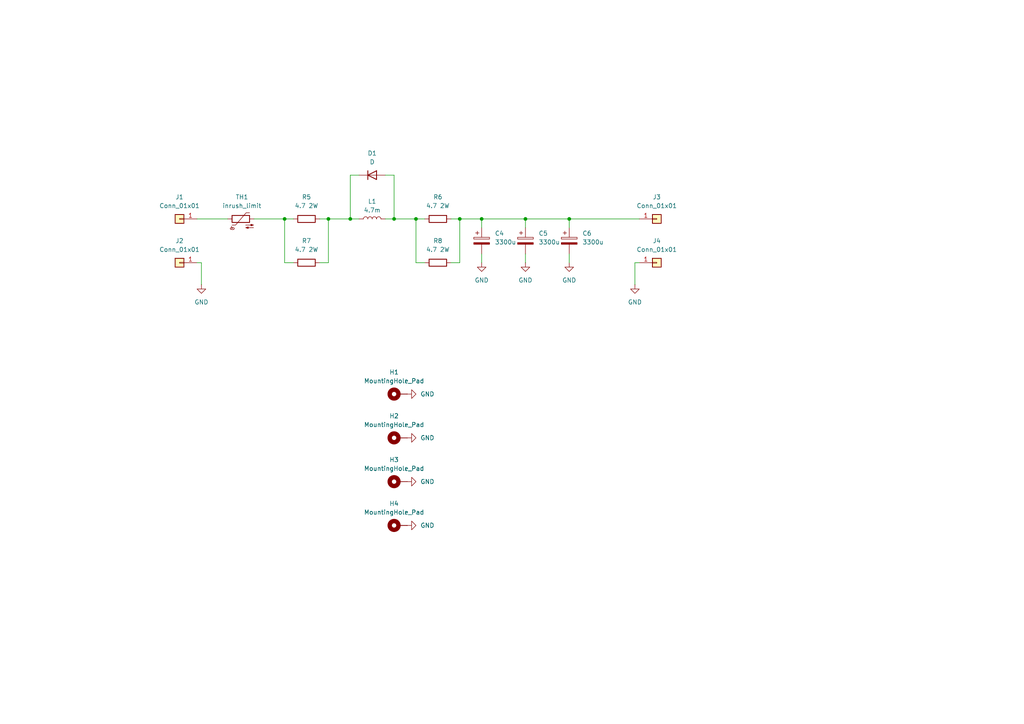
<source format=kicad_sch>
(kicad_sch
	(version 20250114)
	(generator "eeschema")
	(generator_version "9.0")
	(uuid "b695baa9-5d6e-41f0-8fb5-75b892340710")
	(paper "A4")
	(lib_symbols
		(symbol "Connector_Generic:Conn_01x01"
			(pin_names
				(offset 1.016)
				(hide yes)
			)
			(exclude_from_sim no)
			(in_bom yes)
			(on_board yes)
			(property "Reference" "J"
				(at 0 2.54 0)
				(effects
					(font
						(size 1.27 1.27)
					)
				)
			)
			(property "Value" "Conn_01x01"
				(at 0 -2.54 0)
				(effects
					(font
						(size 1.27 1.27)
					)
				)
			)
			(property "Footprint" ""
				(at 0 0 0)
				(effects
					(font
						(size 1.27 1.27)
					)
					(hide yes)
				)
			)
			(property "Datasheet" "~"
				(at 0 0 0)
				(effects
					(font
						(size 1.27 1.27)
					)
					(hide yes)
				)
			)
			(property "Description" "Generic connector, single row, 01x01, script generated (kicad-library-utils/schlib/autogen/connector/)"
				(at 0 0 0)
				(effects
					(font
						(size 1.27 1.27)
					)
					(hide yes)
				)
			)
			(property "ki_keywords" "connector"
				(at 0 0 0)
				(effects
					(font
						(size 1.27 1.27)
					)
					(hide yes)
				)
			)
			(property "ki_fp_filters" "Connector*:*_1x??_*"
				(at 0 0 0)
				(effects
					(font
						(size 1.27 1.27)
					)
					(hide yes)
				)
			)
			(symbol "Conn_01x01_1_1"
				(rectangle
					(start -1.27 1.27)
					(end 1.27 -1.27)
					(stroke
						(width 0.254)
						(type default)
					)
					(fill
						(type background)
					)
				)
				(rectangle
					(start -1.27 0.127)
					(end 0 -0.127)
					(stroke
						(width 0.1524)
						(type default)
					)
					(fill
						(type none)
					)
				)
				(pin passive line
					(at -5.08 0 0)
					(length 3.81)
					(name "Pin_1"
						(effects
							(font
								(size 1.27 1.27)
							)
						)
					)
					(number "1"
						(effects
							(font
								(size 1.27 1.27)
							)
						)
					)
				)
			)
			(embedded_fonts no)
		)
		(symbol "Device:C_Polarized"
			(pin_numbers
				(hide yes)
			)
			(pin_names
				(offset 0.254)
			)
			(exclude_from_sim no)
			(in_bom yes)
			(on_board yes)
			(property "Reference" "C"
				(at 0.635 2.54 0)
				(effects
					(font
						(size 1.27 1.27)
					)
					(justify left)
				)
			)
			(property "Value" "C_Polarized"
				(at 0.635 -2.54 0)
				(effects
					(font
						(size 1.27 1.27)
					)
					(justify left)
				)
			)
			(property "Footprint" ""
				(at 0.9652 -3.81 0)
				(effects
					(font
						(size 1.27 1.27)
					)
					(hide yes)
				)
			)
			(property "Datasheet" "~"
				(at 0 0 0)
				(effects
					(font
						(size 1.27 1.27)
					)
					(hide yes)
				)
			)
			(property "Description" "Polarized capacitor"
				(at 0 0 0)
				(effects
					(font
						(size 1.27 1.27)
					)
					(hide yes)
				)
			)
			(property "ki_keywords" "cap capacitor"
				(at 0 0 0)
				(effects
					(font
						(size 1.27 1.27)
					)
					(hide yes)
				)
			)
			(property "ki_fp_filters" "CP_*"
				(at 0 0 0)
				(effects
					(font
						(size 1.27 1.27)
					)
					(hide yes)
				)
			)
			(symbol "C_Polarized_0_1"
				(rectangle
					(start -2.286 0.508)
					(end 2.286 1.016)
					(stroke
						(width 0)
						(type default)
					)
					(fill
						(type none)
					)
				)
				(polyline
					(pts
						(xy -1.778 2.286) (xy -0.762 2.286)
					)
					(stroke
						(width 0)
						(type default)
					)
					(fill
						(type none)
					)
				)
				(polyline
					(pts
						(xy -1.27 2.794) (xy -1.27 1.778)
					)
					(stroke
						(width 0)
						(type default)
					)
					(fill
						(type none)
					)
				)
				(rectangle
					(start 2.286 -0.508)
					(end -2.286 -1.016)
					(stroke
						(width 0)
						(type default)
					)
					(fill
						(type outline)
					)
				)
			)
			(symbol "C_Polarized_1_1"
				(pin passive line
					(at 0 3.81 270)
					(length 2.794)
					(name "~"
						(effects
							(font
								(size 1.27 1.27)
							)
						)
					)
					(number "1"
						(effects
							(font
								(size 1.27 1.27)
							)
						)
					)
				)
				(pin passive line
					(at 0 -3.81 90)
					(length 2.794)
					(name "~"
						(effects
							(font
								(size 1.27 1.27)
							)
						)
					)
					(number "2"
						(effects
							(font
								(size 1.27 1.27)
							)
						)
					)
				)
			)
			(embedded_fonts no)
		)
		(symbol "Device:D"
			(pin_numbers
				(hide yes)
			)
			(pin_names
				(offset 1.016)
				(hide yes)
			)
			(exclude_from_sim no)
			(in_bom yes)
			(on_board yes)
			(property "Reference" "D"
				(at 0 2.54 0)
				(effects
					(font
						(size 1.27 1.27)
					)
				)
			)
			(property "Value" "D"
				(at 0 -2.54 0)
				(effects
					(font
						(size 1.27 1.27)
					)
				)
			)
			(property "Footprint" ""
				(at 0 0 0)
				(effects
					(font
						(size 1.27 1.27)
					)
					(hide yes)
				)
			)
			(property "Datasheet" "~"
				(at 0 0 0)
				(effects
					(font
						(size 1.27 1.27)
					)
					(hide yes)
				)
			)
			(property "Description" "Diode"
				(at 0 0 0)
				(effects
					(font
						(size 1.27 1.27)
					)
					(hide yes)
				)
			)
			(property "Sim.Device" "D"
				(at 0 0 0)
				(effects
					(font
						(size 1.27 1.27)
					)
					(hide yes)
				)
			)
			(property "Sim.Pins" "1=K 2=A"
				(at 0 0 0)
				(effects
					(font
						(size 1.27 1.27)
					)
					(hide yes)
				)
			)
			(property "ki_keywords" "diode"
				(at 0 0 0)
				(effects
					(font
						(size 1.27 1.27)
					)
					(hide yes)
				)
			)
			(property "ki_fp_filters" "TO-???* *_Diode_* *SingleDiode* D_*"
				(at 0 0 0)
				(effects
					(font
						(size 1.27 1.27)
					)
					(hide yes)
				)
			)
			(symbol "D_0_1"
				(polyline
					(pts
						(xy -1.27 1.27) (xy -1.27 -1.27)
					)
					(stroke
						(width 0.254)
						(type default)
					)
					(fill
						(type none)
					)
				)
				(polyline
					(pts
						(xy 1.27 1.27) (xy 1.27 -1.27) (xy -1.27 0) (xy 1.27 1.27)
					)
					(stroke
						(width 0.254)
						(type default)
					)
					(fill
						(type none)
					)
				)
				(polyline
					(pts
						(xy 1.27 0) (xy -1.27 0)
					)
					(stroke
						(width 0)
						(type default)
					)
					(fill
						(type none)
					)
				)
			)
			(symbol "D_1_1"
				(pin passive line
					(at -3.81 0 0)
					(length 2.54)
					(name "K"
						(effects
							(font
								(size 1.27 1.27)
							)
						)
					)
					(number "1"
						(effects
							(font
								(size 1.27 1.27)
							)
						)
					)
				)
				(pin passive line
					(at 3.81 0 180)
					(length 2.54)
					(name "A"
						(effects
							(font
								(size 1.27 1.27)
							)
						)
					)
					(number "2"
						(effects
							(font
								(size 1.27 1.27)
							)
						)
					)
				)
			)
			(embedded_fonts no)
		)
		(symbol "Device:L"
			(pin_numbers
				(hide yes)
			)
			(pin_names
				(offset 1.016)
				(hide yes)
			)
			(exclude_from_sim no)
			(in_bom yes)
			(on_board yes)
			(property "Reference" "L"
				(at -1.27 0 90)
				(effects
					(font
						(size 1.27 1.27)
					)
				)
			)
			(property "Value" "L"
				(at 1.905 0 90)
				(effects
					(font
						(size 1.27 1.27)
					)
				)
			)
			(property "Footprint" ""
				(at 0 0 0)
				(effects
					(font
						(size 1.27 1.27)
					)
					(hide yes)
				)
			)
			(property "Datasheet" "~"
				(at 0 0 0)
				(effects
					(font
						(size 1.27 1.27)
					)
					(hide yes)
				)
			)
			(property "Description" "Inductor"
				(at 0 0 0)
				(effects
					(font
						(size 1.27 1.27)
					)
					(hide yes)
				)
			)
			(property "ki_keywords" "inductor choke coil reactor magnetic"
				(at 0 0 0)
				(effects
					(font
						(size 1.27 1.27)
					)
					(hide yes)
				)
			)
			(property "ki_fp_filters" "Choke_* *Coil* Inductor_* L_*"
				(at 0 0 0)
				(effects
					(font
						(size 1.27 1.27)
					)
					(hide yes)
				)
			)
			(symbol "L_0_1"
				(arc
					(start 0 2.54)
					(mid 0.6323 1.905)
					(end 0 1.27)
					(stroke
						(width 0)
						(type default)
					)
					(fill
						(type none)
					)
				)
				(arc
					(start 0 1.27)
					(mid 0.6323 0.635)
					(end 0 0)
					(stroke
						(width 0)
						(type default)
					)
					(fill
						(type none)
					)
				)
				(arc
					(start 0 0)
					(mid 0.6323 -0.635)
					(end 0 -1.27)
					(stroke
						(width 0)
						(type default)
					)
					(fill
						(type none)
					)
				)
				(arc
					(start 0 -1.27)
					(mid 0.6323 -1.905)
					(end 0 -2.54)
					(stroke
						(width 0)
						(type default)
					)
					(fill
						(type none)
					)
				)
			)
			(symbol "L_1_1"
				(pin passive line
					(at 0 3.81 270)
					(length 1.27)
					(name "1"
						(effects
							(font
								(size 1.27 1.27)
							)
						)
					)
					(number "1"
						(effects
							(font
								(size 1.27 1.27)
							)
						)
					)
				)
				(pin passive line
					(at 0 -3.81 90)
					(length 1.27)
					(name "2"
						(effects
							(font
								(size 1.27 1.27)
							)
						)
					)
					(number "2"
						(effects
							(font
								(size 1.27 1.27)
							)
						)
					)
				)
			)
			(embedded_fonts no)
		)
		(symbol "Device:R"
			(pin_numbers
				(hide yes)
			)
			(pin_names
				(offset 0)
			)
			(exclude_from_sim no)
			(in_bom yes)
			(on_board yes)
			(property "Reference" "R"
				(at 2.032 0 90)
				(effects
					(font
						(size 1.27 1.27)
					)
				)
			)
			(property "Value" "R"
				(at 0 0 90)
				(effects
					(font
						(size 1.27 1.27)
					)
				)
			)
			(property "Footprint" ""
				(at -1.778 0 90)
				(effects
					(font
						(size 1.27 1.27)
					)
					(hide yes)
				)
			)
			(property "Datasheet" "~"
				(at 0 0 0)
				(effects
					(font
						(size 1.27 1.27)
					)
					(hide yes)
				)
			)
			(property "Description" "Resistor"
				(at 0 0 0)
				(effects
					(font
						(size 1.27 1.27)
					)
					(hide yes)
				)
			)
			(property "ki_keywords" "R res resistor"
				(at 0 0 0)
				(effects
					(font
						(size 1.27 1.27)
					)
					(hide yes)
				)
			)
			(property "ki_fp_filters" "R_*"
				(at 0 0 0)
				(effects
					(font
						(size 1.27 1.27)
					)
					(hide yes)
				)
			)
			(symbol "R_0_1"
				(rectangle
					(start -1.016 -2.54)
					(end 1.016 2.54)
					(stroke
						(width 0.254)
						(type default)
					)
					(fill
						(type none)
					)
				)
			)
			(symbol "R_1_1"
				(pin passive line
					(at 0 3.81 270)
					(length 1.27)
					(name "~"
						(effects
							(font
								(size 1.27 1.27)
							)
						)
					)
					(number "1"
						(effects
							(font
								(size 1.27 1.27)
							)
						)
					)
				)
				(pin passive line
					(at 0 -3.81 90)
					(length 1.27)
					(name "~"
						(effects
							(font
								(size 1.27 1.27)
							)
						)
					)
					(number "2"
						(effects
							(font
								(size 1.27 1.27)
							)
						)
					)
				)
			)
			(embedded_fonts no)
		)
		(symbol "Device:Thermistor_NTC"
			(pin_numbers
				(hide yes)
			)
			(pin_names
				(offset 0)
			)
			(exclude_from_sim no)
			(in_bom yes)
			(on_board yes)
			(property "Reference" "TH"
				(at -4.445 0 90)
				(effects
					(font
						(size 1.27 1.27)
					)
				)
			)
			(property "Value" "Thermistor_NTC"
				(at 3.175 0 90)
				(effects
					(font
						(size 1.27 1.27)
					)
				)
			)
			(property "Footprint" ""
				(at 0 1.27 0)
				(effects
					(font
						(size 1.27 1.27)
					)
					(hide yes)
				)
			)
			(property "Datasheet" "~"
				(at 0 1.27 0)
				(effects
					(font
						(size 1.27 1.27)
					)
					(hide yes)
				)
			)
			(property "Description" "Temperature dependent resistor, negative temperature coefficient"
				(at 0 0 0)
				(effects
					(font
						(size 1.27 1.27)
					)
					(hide yes)
				)
			)
			(property "ki_keywords" "thermistor NTC resistor sensor RTD"
				(at 0 0 0)
				(effects
					(font
						(size 1.27 1.27)
					)
					(hide yes)
				)
			)
			(property "ki_fp_filters" "*NTC* *Thermistor* PIN?ARRAY* bornier* *Terminal?Block* R_*"
				(at 0 0 0)
				(effects
					(font
						(size 1.27 1.27)
					)
					(hide yes)
				)
			)
			(symbol "Thermistor_NTC_0_1"
				(arc
					(start -3.175 2.413)
					(mid -3.0506 2.3165)
					(end -3.048 2.159)
					(stroke
						(width 0)
						(type default)
					)
					(fill
						(type none)
					)
				)
				(arc
					(start -3.048 2.794)
					(mid -2.9736 2.9736)
					(end -2.794 3.048)
					(stroke
						(width 0)
						(type default)
					)
					(fill
						(type none)
					)
				)
				(arc
					(start -2.794 3.048)
					(mid -2.6144 2.9736)
					(end -2.54 2.794)
					(stroke
						(width 0)
						(type default)
					)
					(fill
						(type none)
					)
				)
				(arc
					(start -2.794 2.54)
					(mid -2.9736 2.6144)
					(end -3.048 2.794)
					(stroke
						(width 0)
						(type default)
					)
					(fill
						(type none)
					)
				)
				(arc
					(start -2.794 1.905)
					(mid -2.9736 1.9794)
					(end -3.048 2.159)
					(stroke
						(width 0)
						(type default)
					)
					(fill
						(type none)
					)
				)
				(arc
					(start -2.54 2.159)
					(mid -2.6144 1.9794)
					(end -2.794 1.905)
					(stroke
						(width 0)
						(type default)
					)
					(fill
						(type none)
					)
				)
				(arc
					(start -2.159 2.794)
					(mid -2.434 2.5608)
					(end -2.794 2.54)
					(stroke
						(width 0)
						(type default)
					)
					(fill
						(type none)
					)
				)
				(polyline
					(pts
						(xy -2.54 2.159) (xy -2.54 2.794)
					)
					(stroke
						(width 0)
						(type default)
					)
					(fill
						(type none)
					)
				)
				(polyline
					(pts
						(xy -2.54 -3.683) (xy -2.54 -1.397) (xy -2.794 -2.159) (xy -2.286 -2.159) (xy -2.54 -1.397) (xy -2.54 -1.651)
					)
					(stroke
						(width 0)
						(type default)
					)
					(fill
						(type outline)
					)
				)
				(polyline
					(pts
						(xy -1.778 2.54) (xy -1.778 1.524) (xy 1.778 -1.524) (xy 1.778 -2.54)
					)
					(stroke
						(width 0)
						(type default)
					)
					(fill
						(type none)
					)
				)
				(polyline
					(pts
						(xy -1.778 -1.397) (xy -1.778 -3.683) (xy -2.032 -2.921) (xy -1.524 -2.921) (xy -1.778 -3.683)
						(xy -1.778 -3.429)
					)
					(stroke
						(width 0)
						(type default)
					)
					(fill
						(type outline)
					)
				)
				(rectangle
					(start -1.016 2.54)
					(end 1.016 -2.54)
					(stroke
						(width 0.254)
						(type default)
					)
					(fill
						(type none)
					)
				)
			)
			(symbol "Thermistor_NTC_1_1"
				(pin passive line
					(at 0 3.81 270)
					(length 1.27)
					(name "~"
						(effects
							(font
								(size 1.27 1.27)
							)
						)
					)
					(number "1"
						(effects
							(font
								(size 1.27 1.27)
							)
						)
					)
				)
				(pin passive line
					(at 0 -3.81 90)
					(length 1.27)
					(name "~"
						(effects
							(font
								(size 1.27 1.27)
							)
						)
					)
					(number "2"
						(effects
							(font
								(size 1.27 1.27)
							)
						)
					)
				)
			)
			(embedded_fonts no)
		)
		(symbol "Mechanical:MountingHole_Pad"
			(pin_numbers
				(hide yes)
			)
			(pin_names
				(offset 1.016)
				(hide yes)
			)
			(exclude_from_sim no)
			(in_bom no)
			(on_board yes)
			(property "Reference" "H"
				(at 0 6.35 0)
				(effects
					(font
						(size 1.27 1.27)
					)
				)
			)
			(property "Value" "MountingHole_Pad"
				(at 0 4.445 0)
				(effects
					(font
						(size 1.27 1.27)
					)
				)
			)
			(property "Footprint" ""
				(at 0 0 0)
				(effects
					(font
						(size 1.27 1.27)
					)
					(hide yes)
				)
			)
			(property "Datasheet" "~"
				(at 0 0 0)
				(effects
					(font
						(size 1.27 1.27)
					)
					(hide yes)
				)
			)
			(property "Description" "Mounting Hole with connection"
				(at 0 0 0)
				(effects
					(font
						(size 1.27 1.27)
					)
					(hide yes)
				)
			)
			(property "ki_keywords" "mounting hole"
				(at 0 0 0)
				(effects
					(font
						(size 1.27 1.27)
					)
					(hide yes)
				)
			)
			(property "ki_fp_filters" "MountingHole*Pad*"
				(at 0 0 0)
				(effects
					(font
						(size 1.27 1.27)
					)
					(hide yes)
				)
			)
			(symbol "MountingHole_Pad_0_1"
				(circle
					(center 0 1.27)
					(radius 1.27)
					(stroke
						(width 1.27)
						(type default)
					)
					(fill
						(type none)
					)
				)
			)
			(symbol "MountingHole_Pad_1_1"
				(pin input line
					(at 0 -2.54 90)
					(length 2.54)
					(name "1"
						(effects
							(font
								(size 1.27 1.27)
							)
						)
					)
					(number "1"
						(effects
							(font
								(size 1.27 1.27)
							)
						)
					)
				)
			)
			(embedded_fonts no)
		)
		(symbol "power:GND"
			(power)
			(pin_numbers
				(hide yes)
			)
			(pin_names
				(offset 0)
				(hide yes)
			)
			(exclude_from_sim no)
			(in_bom yes)
			(on_board yes)
			(property "Reference" "#PWR"
				(at 0 -6.35 0)
				(effects
					(font
						(size 1.27 1.27)
					)
					(hide yes)
				)
			)
			(property "Value" "GND"
				(at 0 -3.81 0)
				(effects
					(font
						(size 1.27 1.27)
					)
				)
			)
			(property "Footprint" ""
				(at 0 0 0)
				(effects
					(font
						(size 1.27 1.27)
					)
					(hide yes)
				)
			)
			(property "Datasheet" ""
				(at 0 0 0)
				(effects
					(font
						(size 1.27 1.27)
					)
					(hide yes)
				)
			)
			(property "Description" "Power symbol creates a global label with name \"GND\" , ground"
				(at 0 0 0)
				(effects
					(font
						(size 1.27 1.27)
					)
					(hide yes)
				)
			)
			(property "ki_keywords" "global power"
				(at 0 0 0)
				(effects
					(font
						(size 1.27 1.27)
					)
					(hide yes)
				)
			)
			(symbol "GND_0_1"
				(polyline
					(pts
						(xy 0 0) (xy 0 -1.27) (xy 1.27 -1.27) (xy 0 -2.54) (xy -1.27 -1.27) (xy 0 -1.27)
					)
					(stroke
						(width 0)
						(type default)
					)
					(fill
						(type none)
					)
				)
			)
			(symbol "GND_1_1"
				(pin power_in line
					(at 0 0 270)
					(length 0)
					(name "~"
						(effects
							(font
								(size 1.27 1.27)
							)
						)
					)
					(number "1"
						(effects
							(font
								(size 1.27 1.27)
							)
						)
					)
				)
			)
			(embedded_fonts no)
		)
	)
	(junction
		(at 120.65 63.5)
		(diameter 0)
		(color 0 0 0 0)
		(uuid "16c37061-17c0-428d-a837-0863edc46a6a")
	)
	(junction
		(at 139.7 63.5)
		(diameter 0)
		(color 0 0 0 0)
		(uuid "75e9ca55-eeec-491e-a9b3-35b7d2c694bd")
	)
	(junction
		(at 114.3 63.5)
		(diameter 0)
		(color 0 0 0 0)
		(uuid "9f1c7a26-e81a-45b5-a894-15cbad9fa2e4")
	)
	(junction
		(at 165.1 63.5)
		(diameter 0)
		(color 0 0 0 0)
		(uuid "b3024818-7eca-46b2-a338-5391f9046ac8")
	)
	(junction
		(at 133.35 63.5)
		(diameter 0)
		(color 0 0 0 0)
		(uuid "b3ce81c5-1792-48ca-9a86-aa11846e9415")
	)
	(junction
		(at 95.25 63.5)
		(diameter 0)
		(color 0 0 0 0)
		(uuid "b42088cc-0c34-41df-9d38-119c3c85b626")
	)
	(junction
		(at 82.55 63.5)
		(diameter 0)
		(color 0 0 0 0)
		(uuid "e093fc52-e90a-49db-8c3e-a356ddb24fdd")
	)
	(junction
		(at 152.4 63.5)
		(diameter 0)
		(color 0 0 0 0)
		(uuid "e40db052-1f6a-48ba-8ee7-e73e63334555")
	)
	(junction
		(at 101.6 63.5)
		(diameter 0)
		(color 0 0 0 0)
		(uuid "f8d5ff9e-d3f4-417c-9d35-9858033064e4")
	)
	(wire
		(pts
			(xy 58.42 82.55) (xy 58.42 76.2)
		)
		(stroke
			(width 0)
			(type default)
		)
		(uuid "07325219-9029-4aad-b30d-0cf1047078c7")
	)
	(wire
		(pts
			(xy 152.4 73.66) (xy 152.4 76.2)
		)
		(stroke
			(width 0)
			(type default)
		)
		(uuid "23380f08-d7d5-48a0-bd43-42c3cf403cde")
	)
	(wire
		(pts
			(xy 101.6 63.5) (xy 104.14 63.5)
		)
		(stroke
			(width 0)
			(type default)
		)
		(uuid "255cf51c-02b5-4df6-a889-760ec2652fa3")
	)
	(wire
		(pts
			(xy 73.66 63.5) (xy 82.55 63.5)
		)
		(stroke
			(width 0)
			(type default)
		)
		(uuid "26f30ec4-f8e6-4931-9c74-eab24f4bc9f1")
	)
	(wire
		(pts
			(xy 114.3 50.8) (xy 114.3 63.5)
		)
		(stroke
			(width 0)
			(type default)
		)
		(uuid "2bf6bd61-a253-4898-bd86-0511c88867a2")
	)
	(wire
		(pts
			(xy 82.55 63.5) (xy 82.55 76.2)
		)
		(stroke
			(width 0)
			(type default)
		)
		(uuid "369e4a79-b168-416f-b674-52397dcf8bd0")
	)
	(wire
		(pts
			(xy 82.55 76.2) (xy 85.09 76.2)
		)
		(stroke
			(width 0)
			(type default)
		)
		(uuid "371d2b4d-0ee1-46b1-86c0-bb7c18936cde")
	)
	(wire
		(pts
			(xy 184.15 76.2) (xy 185.42 76.2)
		)
		(stroke
			(width 0)
			(type default)
		)
		(uuid "44c52229-1ef3-469c-b03a-ec29b909247b")
	)
	(wire
		(pts
			(xy 139.7 63.5) (xy 152.4 63.5)
		)
		(stroke
			(width 0)
			(type default)
		)
		(uuid "48317de0-4dbf-4637-a778-d90c03fd86e0")
	)
	(wire
		(pts
			(xy 82.55 63.5) (xy 85.09 63.5)
		)
		(stroke
			(width 0)
			(type default)
		)
		(uuid "4e35dece-22a2-4db4-8ab6-0b370c0aec36")
	)
	(wire
		(pts
			(xy 111.76 63.5) (xy 114.3 63.5)
		)
		(stroke
			(width 0)
			(type default)
		)
		(uuid "5c2bf008-53c7-4b41-8e08-7b8665214768")
	)
	(wire
		(pts
			(xy 130.81 63.5) (xy 133.35 63.5)
		)
		(stroke
			(width 0)
			(type default)
		)
		(uuid "5c4390b6-08fd-4152-ac72-e00ea3bb51ee")
	)
	(wire
		(pts
			(xy 92.71 63.5) (xy 95.25 63.5)
		)
		(stroke
			(width 0)
			(type default)
		)
		(uuid "646c6db1-a89a-42ed-925d-de4ca7752d8c")
	)
	(wire
		(pts
			(xy 139.7 73.66) (xy 139.7 76.2)
		)
		(stroke
			(width 0)
			(type default)
		)
		(uuid "65473536-bcfc-482a-959b-f643c172903e")
	)
	(wire
		(pts
			(xy 165.1 73.66) (xy 165.1 76.2)
		)
		(stroke
			(width 0)
			(type default)
		)
		(uuid "655b494d-d59f-4d22-b061-edc13ba14d5f")
	)
	(wire
		(pts
			(xy 133.35 63.5) (xy 139.7 63.5)
		)
		(stroke
			(width 0)
			(type default)
		)
		(uuid "673293b1-a63c-477a-8a86-ebf47be83955")
	)
	(wire
		(pts
			(xy 95.25 63.5) (xy 95.25 76.2)
		)
		(stroke
			(width 0)
			(type default)
		)
		(uuid "73629f46-e507-45f9-a7a9-19028eaeb399")
	)
	(wire
		(pts
			(xy 184.15 82.55) (xy 184.15 76.2)
		)
		(stroke
			(width 0)
			(type default)
		)
		(uuid "7867a0b1-7844-4e88-97ca-40f542853c09")
	)
	(wire
		(pts
			(xy 133.35 63.5) (xy 133.35 76.2)
		)
		(stroke
			(width 0)
			(type default)
		)
		(uuid "7efc48da-892d-419c-8b2b-8da0551bf78c")
	)
	(wire
		(pts
			(xy 120.65 76.2) (xy 123.19 76.2)
		)
		(stroke
			(width 0)
			(type default)
		)
		(uuid "81263ed9-c5fd-4682-9e5d-ab886fad8d57")
	)
	(wire
		(pts
			(xy 165.1 63.5) (xy 185.42 63.5)
		)
		(stroke
			(width 0)
			(type default)
		)
		(uuid "8d188751-784e-4d12-8b91-276b220b64ad")
	)
	(wire
		(pts
			(xy 120.65 63.5) (xy 123.19 63.5)
		)
		(stroke
			(width 0)
			(type default)
		)
		(uuid "90dc6902-7634-4639-b309-1e04694f7712")
	)
	(wire
		(pts
			(xy 114.3 50.8) (xy 111.76 50.8)
		)
		(stroke
			(width 0)
			(type default)
		)
		(uuid "9ad5fefa-4f2c-470c-94d9-31413117d292")
	)
	(wire
		(pts
			(xy 95.25 63.5) (xy 101.6 63.5)
		)
		(stroke
			(width 0)
			(type default)
		)
		(uuid "b158865a-6238-4941-bc7f-84efcb583818")
	)
	(wire
		(pts
			(xy 152.4 63.5) (xy 152.4 66.04)
		)
		(stroke
			(width 0)
			(type default)
		)
		(uuid "c6da787b-505a-42ff-afed-4e426d98c698")
	)
	(wire
		(pts
			(xy 92.71 76.2) (xy 95.25 76.2)
		)
		(stroke
			(width 0)
			(type default)
		)
		(uuid "c73fe11b-d29e-4928-9993-a257b1995d15")
	)
	(wire
		(pts
			(xy 120.65 63.5) (xy 120.65 76.2)
		)
		(stroke
			(width 0)
			(type default)
		)
		(uuid "ceeefa11-dd57-4c98-aa58-05c4aced4051")
	)
	(wire
		(pts
			(xy 139.7 63.5) (xy 139.7 66.04)
		)
		(stroke
			(width 0)
			(type default)
		)
		(uuid "d2e34782-d6d5-48f3-837e-1af82f44f412")
	)
	(wire
		(pts
			(xy 58.42 76.2) (xy 57.15 76.2)
		)
		(stroke
			(width 0)
			(type default)
		)
		(uuid "d495eef6-7e14-4250-beb8-cacfe70570d9")
	)
	(wire
		(pts
			(xy 114.3 63.5) (xy 120.65 63.5)
		)
		(stroke
			(width 0)
			(type default)
		)
		(uuid "dec10430-84fe-453c-8fae-8ab008f95504")
	)
	(wire
		(pts
			(xy 104.14 50.8) (xy 101.6 50.8)
		)
		(stroke
			(width 0)
			(type default)
		)
		(uuid "e18f1ca1-2088-4a3b-af38-ad1603c769bf")
	)
	(wire
		(pts
			(xy 152.4 63.5) (xy 165.1 63.5)
		)
		(stroke
			(width 0)
			(type default)
		)
		(uuid "e3db6c9a-7f2b-4598-9fd5-dc57aefeed69")
	)
	(wire
		(pts
			(xy 165.1 63.5) (xy 165.1 66.04)
		)
		(stroke
			(width 0)
			(type default)
		)
		(uuid "f257f28a-44ba-49bc-8c52-4ced8b690eff")
	)
	(wire
		(pts
			(xy 57.15 63.5) (xy 66.04 63.5)
		)
		(stroke
			(width 0)
			(type default)
		)
		(uuid "f7c3fe02-7fa3-4040-8c55-0234a4cb429f")
	)
	(wire
		(pts
			(xy 130.81 76.2) (xy 133.35 76.2)
		)
		(stroke
			(width 0)
			(type default)
		)
		(uuid "fe441a0b-a18c-41fc-a56f-f5eda9e85849")
	)
	(wire
		(pts
			(xy 101.6 50.8) (xy 101.6 63.5)
		)
		(stroke
			(width 0)
			(type default)
		)
		(uuid "ff8666b3-cfec-405e-88e8-0428b93dfa88")
	)
	(symbol
		(lib_id "Device:Thermistor_NTC")
		(at 69.85 63.5 90)
		(unit 1)
		(exclude_from_sim no)
		(in_bom yes)
		(on_board yes)
		(dnp no)
		(fields_autoplaced yes)
		(uuid "0171a892-e19f-4d12-a0bb-ad1f44f0bec4")
		(property "Reference" "TH1"
			(at 70.1675 57.15 90)
			(effects
				(font
					(size 1.27 1.27)
				)
			)
		)
		(property "Value" "inrush_limit"
			(at 70.1675 59.69 90)
			(effects
				(font
					(size 1.27 1.27)
				)
			)
		)
		(property "Footprint" "Capacitor_THT:C_Disc_D9.0mm_W5.0mm_P5.00mm"
			(at 68.58 63.5 0)
			(effects
				(font
					(size 1.27 1.27)
				)
				(hide yes)
			)
		)
		(property "Datasheet" "~"
			(at 68.58 63.5 0)
			(effects
				(font
					(size 1.27 1.27)
				)
				(hide yes)
			)
		)
		(property "Description" "Temperature dependent resistor, negative temperature coefficient"
			(at 69.85 63.5 0)
			(effects
				(font
					(size 1.27 1.27)
				)
				(hide yes)
			)
		)
		(property "MPN" " B57153S0100M054 "
			(at 69.85 63.5 90)
			(effects
				(font
					(size 1.27 1.27)
				)
				(hide yes)
			)
		)
		(pin "2"
			(uuid "8504bd4a-9f05-42b4-a7fc-4bbb73a90454")
		)
		(pin "1"
			(uuid "107091a4-a1c7-46e6-913b-6192b510f1c7")
		)
		(instances
			(project ""
				(path "/b695baa9-5d6e-41f0-8fb5-75b892340710"
					(reference "TH1")
					(unit 1)
				)
			)
		)
	)
	(symbol
		(lib_id "Device:C_Polarized")
		(at 165.1 69.85 0)
		(unit 1)
		(exclude_from_sim no)
		(in_bom yes)
		(on_board yes)
		(dnp no)
		(fields_autoplaced yes)
		(uuid "07882018-4169-4597-ab5d-28eba440cad6")
		(property "Reference" "C6"
			(at 168.91 67.6909 0)
			(effects
				(font
					(size 1.27 1.27)
				)
				(justify left)
			)
		)
		(property "Value" "3300u"
			(at 168.91 70.2309 0)
			(effects
				(font
					(size 1.27 1.27)
				)
				(justify left)
			)
		)
		(property "Footprint" "Capacitor_THT:CP_Radial_D16.0mm_P7.50mm"
			(at 166.0652 73.66 0)
			(effects
				(font
					(size 1.27 1.27)
				)
				(hide yes)
			)
		)
		(property "Datasheet" "~"
			(at 165.1 69.85 0)
			(effects
				(font
					(size 1.27 1.27)
				)
				(hide yes)
			)
		)
		(property "Description" "Polarized capacitor"
			(at 165.1 69.85 0)
			(effects
				(font
					(size 1.27 1.27)
				)
				(hide yes)
			)
		)
		(property "MPN" "UFW1V332MHD "
			(at 165.1 69.85 0)
			(effects
				(font
					(size 1.27 1.27)
				)
				(hide yes)
			)
		)
		(pin "2"
			(uuid "db85cfae-06b7-443c-a027-c3e5c691c188")
		)
		(pin "1"
			(uuid "e3375637-4cf6-4eb0-bab1-768332dae535")
		)
		(instances
			(project "passive_PSU_Rev-A"
				(path "/b695baa9-5d6e-41f0-8fb5-75b892340710"
					(reference "C6")
					(unit 1)
				)
			)
		)
	)
	(symbol
		(lib_id "Connector_Generic:Conn_01x01")
		(at 190.5 63.5 0)
		(mirror x)
		(unit 1)
		(exclude_from_sim no)
		(in_bom yes)
		(on_board yes)
		(dnp no)
		(fields_autoplaced yes)
		(uuid "2112c009-0b3c-47d7-9a06-fe73a7ad009a")
		(property "Reference" "J3"
			(at 190.5 57.15 0)
			(effects
				(font
					(size 1.27 1.27)
				)
			)
		)
		(property "Value" "Conn_01x01"
			(at 190.5 59.69 0)
			(effects
				(font
					(size 1.27 1.27)
				)
			)
		)
		(property "Footprint" "TestPoint:TestPoint_THTPad_D3.0mm_Drill1.5mm"
			(at 190.5 63.5 0)
			(effects
				(font
					(size 1.27 1.27)
				)
				(hide yes)
			)
		)
		(property "Datasheet" "~"
			(at 190.5 63.5 0)
			(effects
				(font
					(size 1.27 1.27)
				)
				(hide yes)
			)
		)
		(property "Description" "Generic connector, single row, 01x01, script generated (kicad-library-utils/schlib/autogen/connector/)"
			(at 190.5 63.5 0)
			(effects
				(font
					(size 1.27 1.27)
				)
				(hide yes)
			)
		)
		(property "MPN" ""
			(at 190.5 63.5 0)
			(effects
				(font
					(size 1.27 1.27)
				)
			)
		)
		(pin "1"
			(uuid "421df503-0357-4407-aa02-b7096a608d96")
		)
		(instances
			(project "passive_PSU_Rev-A"
				(path "/b695baa9-5d6e-41f0-8fb5-75b892340710"
					(reference "J3")
					(unit 1)
				)
			)
		)
	)
	(symbol
		(lib_id "Mechanical:MountingHole_Pad")
		(at 115.57 139.7 90)
		(unit 1)
		(exclude_from_sim no)
		(in_bom no)
		(on_board yes)
		(dnp no)
		(fields_autoplaced yes)
		(uuid "287c3d02-252a-490d-b429-036d2288ffd1")
		(property "Reference" "H3"
			(at 114.3 133.35 90)
			(effects
				(font
					(size 1.27 1.27)
				)
			)
		)
		(property "Value" "MountingHole_Pad"
			(at 114.3 135.89 90)
			(effects
				(font
					(size 1.27 1.27)
				)
			)
		)
		(property "Footprint" "MountingHole:MountingHole_3.2mm_M3_DIN965_Pad_TopBottom"
			(at 115.57 139.7 0)
			(effects
				(font
					(size 1.27 1.27)
				)
				(hide yes)
			)
		)
		(property "Datasheet" "~"
			(at 115.57 139.7 0)
			(effects
				(font
					(size 1.27 1.27)
				)
				(hide yes)
			)
		)
		(property "Description" "Mounting Hole with connection"
			(at 115.57 139.7 0)
			(effects
				(font
					(size 1.27 1.27)
				)
				(hide yes)
			)
		)
		(pin "1"
			(uuid "b0123008-9614-416f-af17-e23fe2abdf05")
		)
		(instances
			(project "passive_PSU_Rev-A"
				(path "/b695baa9-5d6e-41f0-8fb5-75b892340710"
					(reference "H3")
					(unit 1)
				)
			)
		)
	)
	(symbol
		(lib_id "Connector_Generic:Conn_01x01")
		(at 52.07 63.5 180)
		(unit 1)
		(exclude_from_sim no)
		(in_bom yes)
		(on_board yes)
		(dnp no)
		(fields_autoplaced yes)
		(uuid "2aead8e8-5a27-4cbe-b288-0a0123811390")
		(property "Reference" "J1"
			(at 52.07 57.15 0)
			(effects
				(font
					(size 1.27 1.27)
				)
			)
		)
		(property "Value" "Conn_01x01"
			(at 52.07 59.69 0)
			(effects
				(font
					(size 1.27 1.27)
				)
			)
		)
		(property "Footprint" "TestPoint:TestPoint_THTPad_D3.0mm_Drill1.5mm"
			(at 52.07 63.5 0)
			(effects
				(font
					(size 1.27 1.27)
				)
				(hide yes)
			)
		)
		(property "Datasheet" "~"
			(at 52.07 63.5 0)
			(effects
				(font
					(size 1.27 1.27)
				)
				(hide yes)
			)
		)
		(property "Description" "Generic connector, single row, 01x01, script generated (kicad-library-utils/schlib/autogen/connector/)"
			(at 52.07 63.5 0)
			(effects
				(font
					(size 1.27 1.27)
				)
				(hide yes)
			)
		)
		(property "MPN" ""
			(at 52.07 63.5 0)
			(effects
				(font
					(size 1.27 1.27)
				)
			)
		)
		(pin "1"
			(uuid "5ef30c4f-6a95-479f-a8b7-82d7484ace42")
		)
		(instances
			(project ""
				(path "/b695baa9-5d6e-41f0-8fb5-75b892340710"
					(reference "J1")
					(unit 1)
				)
			)
		)
	)
	(symbol
		(lib_id "power:GND")
		(at 58.42 82.55 0)
		(unit 1)
		(exclude_from_sim no)
		(in_bom yes)
		(on_board yes)
		(dnp no)
		(fields_autoplaced yes)
		(uuid "2cd6219f-ac0d-4166-af34-bf782f4e7e3f")
		(property "Reference" "#PWR01"
			(at 58.42 88.9 0)
			(effects
				(font
					(size 1.27 1.27)
				)
				(hide yes)
			)
		)
		(property "Value" "GND"
			(at 58.42 87.63 0)
			(effects
				(font
					(size 1.27 1.27)
				)
			)
		)
		(property "Footprint" ""
			(at 58.42 82.55 0)
			(effects
				(font
					(size 1.27 1.27)
				)
				(hide yes)
			)
		)
		(property "Datasheet" ""
			(at 58.42 82.55 0)
			(effects
				(font
					(size 1.27 1.27)
				)
				(hide yes)
			)
		)
		(property "Description" "Power symbol creates a global label with name \"GND\" , ground"
			(at 58.42 82.55 0)
			(effects
				(font
					(size 1.27 1.27)
				)
				(hide yes)
			)
		)
		(pin "1"
			(uuid "c0269ea4-ddfd-44b4-8963-c20851c7b52c")
		)
		(instances
			(project ""
				(path "/b695baa9-5d6e-41f0-8fb5-75b892340710"
					(reference "#PWR01")
					(unit 1)
				)
			)
		)
	)
	(symbol
		(lib_id "Connector_Generic:Conn_01x01")
		(at 52.07 76.2 180)
		(unit 1)
		(exclude_from_sim no)
		(in_bom yes)
		(on_board yes)
		(dnp no)
		(fields_autoplaced yes)
		(uuid "396413c9-6e1b-415f-b656-e7bea98e56d6")
		(property "Reference" "J2"
			(at 52.07 69.85 0)
			(effects
				(font
					(size 1.27 1.27)
				)
			)
		)
		(property "Value" "Conn_01x01"
			(at 52.07 72.39 0)
			(effects
				(font
					(size 1.27 1.27)
				)
			)
		)
		(property "Footprint" "TestPoint:TestPoint_THTPad_D3.0mm_Drill1.5mm"
			(at 52.07 76.2 0)
			(effects
				(font
					(size 1.27 1.27)
				)
				(hide yes)
			)
		)
		(property "Datasheet" "~"
			(at 52.07 76.2 0)
			(effects
				(font
					(size 1.27 1.27)
				)
				(hide yes)
			)
		)
		(property "Description" "Generic connector, single row, 01x01, script generated (kicad-library-utils/schlib/autogen/connector/)"
			(at 52.07 76.2 0)
			(effects
				(font
					(size 1.27 1.27)
				)
				(hide yes)
			)
		)
		(property "MPN" ""
			(at 52.07 76.2 0)
			(effects
				(font
					(size 1.27 1.27)
				)
			)
		)
		(pin "1"
			(uuid "1706492d-c917-4f6b-b9bf-f61764fd4ad9")
		)
		(instances
			(project "passive_PSU_Rev-A"
				(path "/b695baa9-5d6e-41f0-8fb5-75b892340710"
					(reference "J2")
					(unit 1)
				)
			)
		)
	)
	(symbol
		(lib_id "power:GND")
		(at 139.7 76.2 0)
		(unit 1)
		(exclude_from_sim no)
		(in_bom yes)
		(on_board yes)
		(dnp no)
		(fields_autoplaced yes)
		(uuid "3a7f4732-ea77-4d49-bfc2-69a325bb7a98")
		(property "Reference" "#PWR05"
			(at 139.7 82.55 0)
			(effects
				(font
					(size 1.27 1.27)
				)
				(hide yes)
			)
		)
		(property "Value" "GND"
			(at 139.7 81.28 0)
			(effects
				(font
					(size 1.27 1.27)
				)
			)
		)
		(property "Footprint" ""
			(at 139.7 76.2 0)
			(effects
				(font
					(size 1.27 1.27)
				)
				(hide yes)
			)
		)
		(property "Datasheet" ""
			(at 139.7 76.2 0)
			(effects
				(font
					(size 1.27 1.27)
				)
				(hide yes)
			)
		)
		(property "Description" "Power symbol creates a global label with name \"GND\" , ground"
			(at 139.7 76.2 0)
			(effects
				(font
					(size 1.27 1.27)
				)
				(hide yes)
			)
		)
		(pin "1"
			(uuid "23c8bc5f-a418-4dd1-9ce2-3bc0d3a28e5a")
		)
		(instances
			(project "passive_PSU_Rev-A"
				(path "/b695baa9-5d6e-41f0-8fb5-75b892340710"
					(reference "#PWR05")
					(unit 1)
				)
			)
		)
	)
	(symbol
		(lib_id "power:GND")
		(at 118.11 152.4 90)
		(unit 1)
		(exclude_from_sim no)
		(in_bom yes)
		(on_board yes)
		(dnp no)
		(fields_autoplaced yes)
		(uuid "4f766d18-c2d7-4713-9f4b-428686944147")
		(property "Reference" "#PWR018"
			(at 124.46 152.4 0)
			(effects
				(font
					(size 1.27 1.27)
				)
				(hide yes)
			)
		)
		(property "Value" "GND"
			(at 121.92 152.3999 90)
			(effects
				(font
					(size 1.27 1.27)
				)
				(justify right)
			)
		)
		(property "Footprint" ""
			(at 118.11 152.4 0)
			(effects
				(font
					(size 1.27 1.27)
				)
				(hide yes)
			)
		)
		(property "Datasheet" ""
			(at 118.11 152.4 0)
			(effects
				(font
					(size 1.27 1.27)
				)
				(hide yes)
			)
		)
		(property "Description" "Power symbol creates a global label with name \"GND\" , ground"
			(at 118.11 152.4 0)
			(effects
				(font
					(size 1.27 1.27)
				)
				(hide yes)
			)
		)
		(pin "1"
			(uuid "bb38a68d-1564-4beb-9915-19aaca8ea3ae")
		)
		(instances
			(project "passive_PSU_Rev-A"
				(path "/b695baa9-5d6e-41f0-8fb5-75b892340710"
					(reference "#PWR018")
					(unit 1)
				)
			)
		)
	)
	(symbol
		(lib_id "Connector_Generic:Conn_01x01")
		(at 190.5 76.2 0)
		(mirror x)
		(unit 1)
		(exclude_from_sim no)
		(in_bom yes)
		(on_board yes)
		(dnp no)
		(fields_autoplaced yes)
		(uuid "8139d54f-b604-4269-8826-7eab7b4f3075")
		(property "Reference" "J4"
			(at 190.5 69.85 0)
			(effects
				(font
					(size 1.27 1.27)
				)
			)
		)
		(property "Value" "Conn_01x01"
			(at 190.5 72.39 0)
			(effects
				(font
					(size 1.27 1.27)
				)
			)
		)
		(property "Footprint" "TestPoint:TestPoint_THTPad_D3.0mm_Drill1.5mm"
			(at 190.5 76.2 0)
			(effects
				(font
					(size 1.27 1.27)
				)
				(hide yes)
			)
		)
		(property "Datasheet" "~"
			(at 190.5 76.2 0)
			(effects
				(font
					(size 1.27 1.27)
				)
				(hide yes)
			)
		)
		(property "Description" "Generic connector, single row, 01x01, script generated (kicad-library-utils/schlib/autogen/connector/)"
			(at 190.5 76.2 0)
			(effects
				(font
					(size 1.27 1.27)
				)
				(hide yes)
			)
		)
		(property "MPN" ""
			(at 190.5 76.2 0)
			(effects
				(font
					(size 1.27 1.27)
				)
			)
		)
		(pin "1"
			(uuid "79c9a091-2ffe-4ee1-b7ef-f511c561149f")
		)
		(instances
			(project "passive_PSU_Rev-A"
				(path "/b695baa9-5d6e-41f0-8fb5-75b892340710"
					(reference "J4")
					(unit 1)
				)
			)
		)
	)
	(symbol
		(lib_id "Mechanical:MountingHole_Pad")
		(at 115.57 152.4 90)
		(unit 1)
		(exclude_from_sim no)
		(in_bom no)
		(on_board yes)
		(dnp no)
		(fields_autoplaced yes)
		(uuid "8b74f0da-5e50-4df0-82e9-4658920c8827")
		(property "Reference" "H4"
			(at 114.3 146.05 90)
			(effects
				(font
					(size 1.27 1.27)
				)
			)
		)
		(property "Value" "MountingHole_Pad"
			(at 114.3 148.59 90)
			(effects
				(font
					(size 1.27 1.27)
				)
			)
		)
		(property "Footprint" "MountingHole:MountingHole_3.2mm_M3_DIN965_Pad_TopBottom"
			(at 115.57 152.4 0)
			(effects
				(font
					(size 1.27 1.27)
				)
				(hide yes)
			)
		)
		(property "Datasheet" "~"
			(at 115.57 152.4 0)
			(effects
				(font
					(size 1.27 1.27)
				)
				(hide yes)
			)
		)
		(property "Description" "Mounting Hole with connection"
			(at 115.57 152.4 0)
			(effects
				(font
					(size 1.27 1.27)
				)
				(hide yes)
			)
		)
		(pin "1"
			(uuid "eea7e15e-ff3e-428d-bba5-ccf66a53cb29")
		)
		(instances
			(project "passive_PSU_Rev-A"
				(path "/b695baa9-5d6e-41f0-8fb5-75b892340710"
					(reference "H4")
					(unit 1)
				)
			)
		)
	)
	(symbol
		(lib_id "Device:L")
		(at 107.95 63.5 90)
		(unit 1)
		(exclude_from_sim no)
		(in_bom yes)
		(on_board yes)
		(dnp no)
		(fields_autoplaced yes)
		(uuid "a48603f1-9c0f-4cb1-9d95-21cee4545473")
		(property "Reference" "L1"
			(at 107.95 58.42 90)
			(effects
				(font
					(size 1.27 1.27)
				)
			)
		)
		(property "Value" "4.7m"
			(at 107.95 60.96 90)
			(effects
				(font
					(size 1.27 1.27)
				)
			)
		)
		(property "Footprint" "Inductor_THT:L_Radial_D24.4mm_P22.90mm_Murata_1400series"
			(at 107.95 63.5 0)
			(effects
				(font
					(size 1.27 1.27)
				)
				(hide yes)
			)
		)
		(property "Datasheet" "~"
			(at 107.95 63.5 0)
			(effects
				(font
					(size 1.27 1.27)
				)
				(hide yes)
			)
		)
		(property "Description" "Inductor"
			(at 107.95 63.5 0)
			(effects
				(font
					(size 1.27 1.27)
				)
				(hide yes)
			)
		)
		(pin "1"
			(uuid "c4ab27ce-07b5-48b3-865e-8495f80a9722")
		)
		(pin "2"
			(uuid "31b0f4c5-1301-4391-81f7-1eae1c3c75bb")
		)
		(instances
			(project ""
				(path "/b695baa9-5d6e-41f0-8fb5-75b892340710"
					(reference "L1")
					(unit 1)
				)
			)
		)
	)
	(symbol
		(lib_id "Device:R")
		(at 127 76.2 90)
		(unit 1)
		(exclude_from_sim no)
		(in_bom yes)
		(on_board yes)
		(dnp no)
		(fields_autoplaced yes)
		(uuid "a7fb46d7-07f9-4bbd-8f7c-89addbcff377")
		(property "Reference" "R8"
			(at 127 69.85 90)
			(effects
				(font
					(size 1.27 1.27)
				)
			)
		)
		(property "Value" "4.7 2W"
			(at 127 72.39 90)
			(effects
				(font
					(size 1.27 1.27)
				)
			)
		)
		(property "Footprint" "Resistor_THT:R_Axial_DIN0309_L9.0mm_D3.2mm_P12.70mm_Horizontal"
			(at 127 77.978 90)
			(effects
				(font
					(size 1.27 1.27)
				)
				(hide yes)
			)
		)
		(property "Datasheet" "~"
			(at 127 76.2 0)
			(effects
				(font
					(size 1.27 1.27)
				)
				(hide yes)
			)
		)
		(property "Description" "Resistor"
			(at 127 76.2 0)
			(effects
				(font
					(size 1.27 1.27)
				)
				(hide yes)
			)
		)
		(property "MPN" "WA83ZI-4R7JT06 "
			(at 127 76.2 0)
			(effects
				(font
					(size 1.27 1.27)
				)
				(hide yes)
			)
		)
		(pin "1"
			(uuid "03193178-2431-4a92-80b6-001b1b99c2b8")
		)
		(pin "2"
			(uuid "a24d121f-9f52-47b9-81b2-1040b5d6c2d5")
		)
		(instances
			(project "passive_PSU_Rev-A"
				(path "/b695baa9-5d6e-41f0-8fb5-75b892340710"
					(reference "R8")
					(unit 1)
				)
			)
		)
	)
	(symbol
		(lib_id "Device:R")
		(at 88.9 76.2 90)
		(unit 1)
		(exclude_from_sim no)
		(in_bom yes)
		(on_board yes)
		(dnp no)
		(fields_autoplaced yes)
		(uuid "aadac622-ddbf-4b68-8e12-cd3868c3a442")
		(property "Reference" "R7"
			(at 88.9 69.85 90)
			(effects
				(font
					(size 1.27 1.27)
				)
			)
		)
		(property "Value" "4.7 2W"
			(at 88.9 72.39 90)
			(effects
				(font
					(size 1.27 1.27)
				)
			)
		)
		(property "Footprint" "Resistor_THT:R_Axial_DIN0309_L9.0mm_D3.2mm_P12.70mm_Horizontal"
			(at 88.9 77.978 90)
			(effects
				(font
					(size 1.27 1.27)
				)
				(hide yes)
			)
		)
		(property "Datasheet" "~"
			(at 88.9 76.2 0)
			(effects
				(font
					(size 1.27 1.27)
				)
				(hide yes)
			)
		)
		(property "Description" "Resistor"
			(at 88.9 76.2 0)
			(effects
				(font
					(size 1.27 1.27)
				)
				(hide yes)
			)
		)
		(property "MPN" "WA83ZI-4R7JT06 "
			(at 88.9 76.2 0)
			(effects
				(font
					(size 1.27 1.27)
				)
				(hide yes)
			)
		)
		(pin "1"
			(uuid "f2a19214-1442-454f-8adb-56de9d394eb7")
		)
		(pin "2"
			(uuid "da6f63d9-9c3d-4e1a-8624-67bd43aca905")
		)
		(instances
			(project "passive_PSU_Rev-A"
				(path "/b695baa9-5d6e-41f0-8fb5-75b892340710"
					(reference "R7")
					(unit 1)
				)
			)
		)
	)
	(symbol
		(lib_id "power:GND")
		(at 152.4 76.2 0)
		(unit 1)
		(exclude_from_sim no)
		(in_bom yes)
		(on_board yes)
		(dnp no)
		(fields_autoplaced yes)
		(uuid "ac940e4f-4f7d-4427-ba96-ef2dd738c0d7")
		(property "Reference" "#PWR06"
			(at 152.4 82.55 0)
			(effects
				(font
					(size 1.27 1.27)
				)
				(hide yes)
			)
		)
		(property "Value" "GND"
			(at 152.4 81.28 0)
			(effects
				(font
					(size 1.27 1.27)
				)
			)
		)
		(property "Footprint" ""
			(at 152.4 76.2 0)
			(effects
				(font
					(size 1.27 1.27)
				)
				(hide yes)
			)
		)
		(property "Datasheet" ""
			(at 152.4 76.2 0)
			(effects
				(font
					(size 1.27 1.27)
				)
				(hide yes)
			)
		)
		(property "Description" "Power symbol creates a global label with name \"GND\" , ground"
			(at 152.4 76.2 0)
			(effects
				(font
					(size 1.27 1.27)
				)
				(hide yes)
			)
		)
		(pin "1"
			(uuid "c7b3ce03-7b1d-479d-9092-f8cf6bcaa0a6")
		)
		(instances
			(project "passive_PSU_Rev-A"
				(path "/b695baa9-5d6e-41f0-8fb5-75b892340710"
					(reference "#PWR06")
					(unit 1)
				)
			)
		)
	)
	(symbol
		(lib_id "Device:R")
		(at 127 63.5 90)
		(unit 1)
		(exclude_from_sim no)
		(in_bom yes)
		(on_board yes)
		(dnp no)
		(fields_autoplaced yes)
		(uuid "b05b06fb-a1f3-4671-98b4-4724bf6f9bdc")
		(property "Reference" "R6"
			(at 127 57.15 90)
			(effects
				(font
					(size 1.27 1.27)
				)
			)
		)
		(property "Value" "4.7 2W"
			(at 127 59.69 90)
			(effects
				(font
					(size 1.27 1.27)
				)
			)
		)
		(property "Footprint" "Resistor_THT:R_Axial_DIN0309_L9.0mm_D3.2mm_P12.70mm_Horizontal"
			(at 127 65.278 90)
			(effects
				(font
					(size 1.27 1.27)
				)
				(hide yes)
			)
		)
		(property "Datasheet" "~"
			(at 127 63.5 0)
			(effects
				(font
					(size 1.27 1.27)
				)
				(hide yes)
			)
		)
		(property "Description" "Resistor"
			(at 127 63.5 0)
			(effects
				(font
					(size 1.27 1.27)
				)
				(hide yes)
			)
		)
		(property "MPN" "WA83ZI-4R7JT06 "
			(at 127 63.5 0)
			(effects
				(font
					(size 1.27 1.27)
				)
				(hide yes)
			)
		)
		(pin "1"
			(uuid "e50ca132-d8cf-48ee-8286-746af04f42fb")
		)
		(pin "2"
			(uuid "94c44f2d-654a-4092-8d34-ac0f8cc89352")
		)
		(instances
			(project "passive_PSU_Rev-A"
				(path "/b695baa9-5d6e-41f0-8fb5-75b892340710"
					(reference "R6")
					(unit 1)
				)
			)
		)
	)
	(symbol
		(lib_id "power:GND")
		(at 165.1 76.2 0)
		(unit 1)
		(exclude_from_sim no)
		(in_bom yes)
		(on_board yes)
		(dnp no)
		(fields_autoplaced yes)
		(uuid "b41f3496-744c-4b24-a74a-f6e59ac8b47b")
		(property "Reference" "#PWR07"
			(at 165.1 82.55 0)
			(effects
				(font
					(size 1.27 1.27)
				)
				(hide yes)
			)
		)
		(property "Value" "GND"
			(at 165.1 81.28 0)
			(effects
				(font
					(size 1.27 1.27)
				)
			)
		)
		(property "Footprint" ""
			(at 165.1 76.2 0)
			(effects
				(font
					(size 1.27 1.27)
				)
				(hide yes)
			)
		)
		(property "Datasheet" ""
			(at 165.1 76.2 0)
			(effects
				(font
					(size 1.27 1.27)
				)
				(hide yes)
			)
		)
		(property "Description" "Power symbol creates a global label with name \"GND\" , ground"
			(at 165.1 76.2 0)
			(effects
				(font
					(size 1.27 1.27)
				)
				(hide yes)
			)
		)
		(pin "1"
			(uuid "c0c70edb-559e-4140-af70-aac0afcfd777")
		)
		(instances
			(project "passive_PSU_Rev-A"
				(path "/b695baa9-5d6e-41f0-8fb5-75b892340710"
					(reference "#PWR07")
					(unit 1)
				)
			)
		)
	)
	(symbol
		(lib_id "Mechanical:MountingHole_Pad")
		(at 115.57 127 90)
		(unit 1)
		(exclude_from_sim no)
		(in_bom no)
		(on_board yes)
		(dnp no)
		(fields_autoplaced yes)
		(uuid "b91909f9-ecca-4281-8a43-1537ca156736")
		(property "Reference" "H2"
			(at 114.3 120.65 90)
			(effects
				(font
					(size 1.27 1.27)
				)
			)
		)
		(property "Value" "MountingHole_Pad"
			(at 114.3 123.19 90)
			(effects
				(font
					(size 1.27 1.27)
				)
			)
		)
		(property "Footprint" "MountingHole:MountingHole_3.2mm_M3_DIN965_Pad_TopBottom"
			(at 115.57 127 0)
			(effects
				(font
					(size 1.27 1.27)
				)
				(hide yes)
			)
		)
		(property "Datasheet" "~"
			(at 115.57 127 0)
			(effects
				(font
					(size 1.27 1.27)
				)
				(hide yes)
			)
		)
		(property "Description" "Mounting Hole with connection"
			(at 115.57 127 0)
			(effects
				(font
					(size 1.27 1.27)
				)
				(hide yes)
			)
		)
		(pin "1"
			(uuid "523b175d-4c78-4da4-bb58-a81c003c3494")
		)
		(instances
			(project "passive_PSU_Rev-A"
				(path "/b695baa9-5d6e-41f0-8fb5-75b892340710"
					(reference "H2")
					(unit 1)
				)
			)
		)
	)
	(symbol
		(lib_id "Mechanical:MountingHole_Pad")
		(at 115.57 114.3 90)
		(unit 1)
		(exclude_from_sim no)
		(in_bom no)
		(on_board yes)
		(dnp no)
		(fields_autoplaced yes)
		(uuid "c7cf46cb-0aeb-44a5-93c0-93a4fdfc5fa5")
		(property "Reference" "H1"
			(at 114.3 107.95 90)
			(effects
				(font
					(size 1.27 1.27)
				)
			)
		)
		(property "Value" "MountingHole_Pad"
			(at 114.3 110.49 90)
			(effects
				(font
					(size 1.27 1.27)
				)
			)
		)
		(property "Footprint" "MountingHole:MountingHole_3.2mm_M3_DIN965_Pad_TopBottom"
			(at 115.57 114.3 0)
			(effects
				(font
					(size 1.27 1.27)
				)
				(hide yes)
			)
		)
		(property "Datasheet" "~"
			(at 115.57 114.3 0)
			(effects
				(font
					(size 1.27 1.27)
				)
				(hide yes)
			)
		)
		(property "Description" "Mounting Hole with connection"
			(at 115.57 114.3 0)
			(effects
				(font
					(size 1.27 1.27)
				)
				(hide yes)
			)
		)
		(pin "1"
			(uuid "c116248e-5b77-4470-a3e8-c68534206669")
		)
		(instances
			(project "passive_PSU_Rev-A"
				(path "/b695baa9-5d6e-41f0-8fb5-75b892340710"
					(reference "H1")
					(unit 1)
				)
			)
		)
	)
	(symbol
		(lib_id "Device:C_Polarized")
		(at 139.7 69.85 0)
		(unit 1)
		(exclude_from_sim no)
		(in_bom yes)
		(on_board yes)
		(dnp no)
		(fields_autoplaced yes)
		(uuid "d1dfcebd-27e3-4469-805d-7a393ee85d30")
		(property "Reference" "C4"
			(at 143.51 67.6909 0)
			(effects
				(font
					(size 1.27 1.27)
				)
				(justify left)
			)
		)
		(property "Value" "3300u"
			(at 143.51 70.2309 0)
			(effects
				(font
					(size 1.27 1.27)
				)
				(justify left)
			)
		)
		(property "Footprint" "Capacitor_THT:CP_Radial_D16.0mm_P7.50mm"
			(at 140.6652 73.66 0)
			(effects
				(font
					(size 1.27 1.27)
				)
				(hide yes)
			)
		)
		(property "Datasheet" "~"
			(at 139.7 69.85 0)
			(effects
				(font
					(size 1.27 1.27)
				)
				(hide yes)
			)
		)
		(property "Description" "Polarized capacitor"
			(at 139.7 69.85 0)
			(effects
				(font
					(size 1.27 1.27)
				)
				(hide yes)
			)
		)
		(property "MPN" "UFW1V332MHD "
			(at 139.7 69.85 0)
			(effects
				(font
					(size 1.27 1.27)
				)
				(hide yes)
			)
		)
		(pin "2"
			(uuid "65d2fd05-abc4-483d-a880-7950465de0fc")
		)
		(pin "1"
			(uuid "5e4b77a1-a121-4c7c-aa1f-21999f3e671a")
		)
		(instances
			(project "passive_PSU_Rev-A"
				(path "/b695baa9-5d6e-41f0-8fb5-75b892340710"
					(reference "C4")
					(unit 1)
				)
			)
		)
	)
	(symbol
		(lib_id "power:GND")
		(at 118.11 139.7 90)
		(unit 1)
		(exclude_from_sim no)
		(in_bom yes)
		(on_board yes)
		(dnp no)
		(fields_autoplaced yes)
		(uuid "e273eeb0-aa2f-47f6-8498-6e74ac5147ea")
		(property "Reference" "#PWR017"
			(at 124.46 139.7 0)
			(effects
				(font
					(size 1.27 1.27)
				)
				(hide yes)
			)
		)
		(property "Value" "GND"
			(at 121.92 139.6999 90)
			(effects
				(font
					(size 1.27 1.27)
				)
				(justify right)
			)
		)
		(property "Footprint" ""
			(at 118.11 139.7 0)
			(effects
				(font
					(size 1.27 1.27)
				)
				(hide yes)
			)
		)
		(property "Datasheet" ""
			(at 118.11 139.7 0)
			(effects
				(font
					(size 1.27 1.27)
				)
				(hide yes)
			)
		)
		(property "Description" "Power symbol creates a global label with name \"GND\" , ground"
			(at 118.11 139.7 0)
			(effects
				(font
					(size 1.27 1.27)
				)
				(hide yes)
			)
		)
		(pin "1"
			(uuid "ebe2ef3a-551b-4f7b-b008-f57b167824e6")
		)
		(instances
			(project "passive_PSU_Rev-A"
				(path "/b695baa9-5d6e-41f0-8fb5-75b892340710"
					(reference "#PWR017")
					(unit 1)
				)
			)
		)
	)
	(symbol
		(lib_id "power:GND")
		(at 118.11 127 90)
		(unit 1)
		(exclude_from_sim no)
		(in_bom yes)
		(on_board yes)
		(dnp no)
		(fields_autoplaced yes)
		(uuid "e553330f-2756-46a7-938c-706c81b886ac")
		(property "Reference" "#PWR016"
			(at 124.46 127 0)
			(effects
				(font
					(size 1.27 1.27)
				)
				(hide yes)
			)
		)
		(property "Value" "GND"
			(at 121.92 126.9999 90)
			(effects
				(font
					(size 1.27 1.27)
				)
				(justify right)
			)
		)
		(property "Footprint" ""
			(at 118.11 127 0)
			(effects
				(font
					(size 1.27 1.27)
				)
				(hide yes)
			)
		)
		(property "Datasheet" ""
			(at 118.11 127 0)
			(effects
				(font
					(size 1.27 1.27)
				)
				(hide yes)
			)
		)
		(property "Description" "Power symbol creates a global label with name \"GND\" , ground"
			(at 118.11 127 0)
			(effects
				(font
					(size 1.27 1.27)
				)
				(hide yes)
			)
		)
		(pin "1"
			(uuid "51eea7fe-fa7d-4c40-b65f-6d82402214e6")
		)
		(instances
			(project "passive_PSU_Rev-A"
				(path "/b695baa9-5d6e-41f0-8fb5-75b892340710"
					(reference "#PWR016")
					(unit 1)
				)
			)
		)
	)
	(symbol
		(lib_id "power:GND")
		(at 184.15 82.55 0)
		(mirror y)
		(unit 1)
		(exclude_from_sim no)
		(in_bom yes)
		(on_board yes)
		(dnp no)
		(fields_autoplaced yes)
		(uuid "e96382f7-2058-4ba0-84e6-9c5298a281f7")
		(property "Reference" "#PWR08"
			(at 184.15 88.9 0)
			(effects
				(font
					(size 1.27 1.27)
				)
				(hide yes)
			)
		)
		(property "Value" "GND"
			(at 184.15 87.63 0)
			(effects
				(font
					(size 1.27 1.27)
				)
			)
		)
		(property "Footprint" ""
			(at 184.15 82.55 0)
			(effects
				(font
					(size 1.27 1.27)
				)
				(hide yes)
			)
		)
		(property "Datasheet" ""
			(at 184.15 82.55 0)
			(effects
				(font
					(size 1.27 1.27)
				)
				(hide yes)
			)
		)
		(property "Description" "Power symbol creates a global label with name \"GND\" , ground"
			(at 184.15 82.55 0)
			(effects
				(font
					(size 1.27 1.27)
				)
				(hide yes)
			)
		)
		(pin "1"
			(uuid "748c5fda-9b0f-47fe-ab55-024deafd942c")
		)
		(instances
			(project "passive_PSU_Rev-A"
				(path "/b695baa9-5d6e-41f0-8fb5-75b892340710"
					(reference "#PWR08")
					(unit 1)
				)
			)
		)
	)
	(symbol
		(lib_id "Device:C_Polarized")
		(at 152.4 69.85 0)
		(unit 1)
		(exclude_from_sim no)
		(in_bom yes)
		(on_board yes)
		(dnp no)
		(fields_autoplaced yes)
		(uuid "f75010c9-3d6c-4ebb-bc6b-d7414641f35f")
		(property "Reference" "C5"
			(at 156.21 67.6909 0)
			(effects
				(font
					(size 1.27 1.27)
				)
				(justify left)
			)
		)
		(property "Value" "3300u"
			(at 156.21 70.2309 0)
			(effects
				(font
					(size 1.27 1.27)
				)
				(justify left)
			)
		)
		(property "Footprint" "Capacitor_THT:CP_Radial_D16.0mm_P7.50mm"
			(at 153.3652 73.66 0)
			(effects
				(font
					(size 1.27 1.27)
				)
				(hide yes)
			)
		)
		(property "Datasheet" "~"
			(at 152.4 69.85 0)
			(effects
				(font
					(size 1.27 1.27)
				)
				(hide yes)
			)
		)
		(property "Description" "Polarized capacitor"
			(at 152.4 69.85 0)
			(effects
				(font
					(size 1.27 1.27)
				)
				(hide yes)
			)
		)
		(property "MPN" "UFW1V332MHD "
			(at 152.4 69.85 0)
			(effects
				(font
					(size 1.27 1.27)
				)
				(hide yes)
			)
		)
		(pin "2"
			(uuid "ac794aeb-0274-4bfd-bee1-da2664548389")
		)
		(pin "1"
			(uuid "a295b0a3-eea3-494b-8a18-4b3351a7f3ed")
		)
		(instances
			(project "passive_PSU_Rev-A"
				(path "/b695baa9-5d6e-41f0-8fb5-75b892340710"
					(reference "C5")
					(unit 1)
				)
			)
		)
	)
	(symbol
		(lib_id "Device:R")
		(at 88.9 63.5 90)
		(unit 1)
		(exclude_from_sim no)
		(in_bom yes)
		(on_board yes)
		(dnp no)
		(fields_autoplaced yes)
		(uuid "f823d242-6ae4-45a8-8efd-4a9d213d7481")
		(property "Reference" "R5"
			(at 88.9 57.15 90)
			(effects
				(font
					(size 1.27 1.27)
				)
			)
		)
		(property "Value" "4.7 2W"
			(at 88.9 59.69 90)
			(effects
				(font
					(size 1.27 1.27)
				)
			)
		)
		(property "Footprint" "Resistor_THT:R_Axial_DIN0309_L9.0mm_D3.2mm_P12.70mm_Horizontal"
			(at 88.9 65.278 90)
			(effects
				(font
					(size 1.27 1.27)
				)
				(hide yes)
			)
		)
		(property "Datasheet" "~"
			(at 88.9 63.5 0)
			(effects
				(font
					(size 1.27 1.27)
				)
				(hide yes)
			)
		)
		(property "Description" "Resistor"
			(at 88.9 63.5 0)
			(effects
				(font
					(size 1.27 1.27)
				)
				(hide yes)
			)
		)
		(property "MPN" "WA83ZI-4R7JT06 "
			(at 88.9 63.5 0)
			(effects
				(font
					(size 1.27 1.27)
				)
				(hide yes)
			)
		)
		(pin "1"
			(uuid "da64a1db-64b4-4bb7-b902-303cb61067e0")
		)
		(pin "2"
			(uuid "710418cc-9d21-442a-abc7-56f227dcdb8d")
		)
		(instances
			(project "passive_PSU_Rev-A"
				(path "/b695baa9-5d6e-41f0-8fb5-75b892340710"
					(reference "R5")
					(unit 1)
				)
			)
		)
	)
	(symbol
		(lib_id "Device:D")
		(at 107.95 50.8 0)
		(unit 1)
		(exclude_from_sim no)
		(in_bom yes)
		(on_board yes)
		(dnp no)
		(fields_autoplaced yes)
		(uuid "fc2261f9-1d99-41fe-9cd5-f3a853d8dddc")
		(property "Reference" "D1"
			(at 107.95 44.45 0)
			(effects
				(font
					(size 1.27 1.27)
				)
			)
		)
		(property "Value" "D"
			(at 107.95 46.99 0)
			(effects
				(font
					(size 1.27 1.27)
				)
			)
		)
		(property "Footprint" "Diode_THT:D_DO-27_P12.70mm_Horizontal"
			(at 107.95 50.8 0)
			(effects
				(font
					(size 1.27 1.27)
				)
				(hide yes)
			)
		)
		(property "Datasheet" "~"
			(at 107.95 50.8 0)
			(effects
				(font
					(size 1.27 1.27)
				)
				(hide yes)
			)
		)
		(property "Description" "Diode"
			(at 107.95 50.8 0)
			(effects
				(font
					(size 1.27 1.27)
				)
				(hide yes)
			)
		)
		(property "Sim.Device" "D"
			(at 107.95 50.8 0)
			(effects
				(font
					(size 1.27 1.27)
				)
				(hide yes)
			)
		)
		(property "Sim.Pins" "1=K 2=A"
			(at 107.95 50.8 0)
			(effects
				(font
					(size 1.27 1.27)
				)
				(hide yes)
			)
		)
		(pin "1"
			(uuid "5243b887-6b79-4f37-b250-be0cc6d1fe44")
		)
		(pin "2"
			(uuid "0bd8ae4e-5d52-4f81-9d01-265e229a467a")
		)
		(instances
			(project ""
				(path "/b695baa9-5d6e-41f0-8fb5-75b892340710"
					(reference "D1")
					(unit 1)
				)
			)
		)
	)
	(symbol
		(lib_id "power:GND")
		(at 118.11 114.3 90)
		(unit 1)
		(exclude_from_sim no)
		(in_bom yes)
		(on_board yes)
		(dnp no)
		(fields_autoplaced yes)
		(uuid "fd1c94a2-178b-48d5-b1e5-0fd4cf8cd7b1")
		(property "Reference" "#PWR015"
			(at 124.46 114.3 0)
			(effects
				(font
					(size 1.27 1.27)
				)
				(hide yes)
			)
		)
		(property "Value" "GND"
			(at 121.92 114.2999 90)
			(effects
				(font
					(size 1.27 1.27)
				)
				(justify right)
			)
		)
		(property "Footprint" ""
			(at 118.11 114.3 0)
			(effects
				(font
					(size 1.27 1.27)
				)
				(hide yes)
			)
		)
		(property "Datasheet" ""
			(at 118.11 114.3 0)
			(effects
				(font
					(size 1.27 1.27)
				)
				(hide yes)
			)
		)
		(property "Description" "Power symbol creates a global label with name \"GND\" , ground"
			(at 118.11 114.3 0)
			(effects
				(font
					(size 1.27 1.27)
				)
				(hide yes)
			)
		)
		(pin "1"
			(uuid "62e81d63-554c-4905-819c-c81812776b0b")
		)
		(instances
			(project "passive_PSU_Rev-A"
				(path "/b695baa9-5d6e-41f0-8fb5-75b892340710"
					(reference "#PWR015")
					(unit 1)
				)
			)
		)
	)
	(sheet_instances
		(path "/"
			(page "1")
		)
	)
	(embedded_fonts no)
)

</source>
